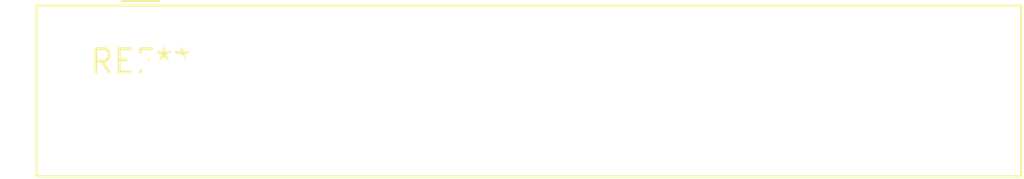
<source format=kicad_pcb>
(kicad_pcb (version 20240108) (generator pcbnew)
  (layers (0 "F.Cu" signal) (31 "B.Cu" signal) (34 "B.Paste" user) (35 "F.Paste" user) (36 "B.SilkS" user "B.Silkscreen") (37 "F.SilkS" user "F.Silkscreen") (38 "B.Mask" user) (39 "F.Mask" user) (44 "Edge.Cuts" user))
  (net 0 "")
  (footprint "STK672-040-E" (layer "F.Cu") (at 0 0)
    (property "Reference" "REF**")
    (property "Value" "STK672-040-E")
    (fp_line (start -5.62 -3.02) (end 47.62 -3.02) (layer "F.SilkS") (stroke (width 0.12)))
    (fp_line (start -5.62 6.22) (end -5.62 -3.02) (layer "F.SilkS") (stroke (width 0.12)))
    (fp_line (start -1 -3.26) (end 1 -3.26) (layer "F.SilkS") (stroke (width 0.12)))
    (fp_line (start 47.62 -3.02) (end 47.62 6.22) (layer "F.SilkS") (stroke (width 0.12)))
    (fp_line (start 47.62 6.22) (end -5.62 6.22) (layer "F.SilkS") (stroke (width 0.12)))
    (pad "1" thru_hole rect (at 0 0) (size 1.45 2) (drill 0.85) (layers *.Cu *.Mask) (remove_unused_layers))
    (pad "2" thru_hole oval (at 2 0) (size 1.45 2) (drill 0.85) (layers *.Cu *.Mask) (remove_unused_layers))
    (pad "3" thru_hole oval (at 4 0) (size 1.45 2) (drill 0.85) (layers *.Cu *.Mask) (remove_unused_layers))
    (pad "4" thru_hole oval (at 6 0) (size 1.45 2) (drill 0.85) (layers *.Cu *.Mask) (remove_unused_layers))
    (pad "5" thru_hole oval (at 8 0) (size 1.45 2) (drill 0.85) (layers *.Cu *.Mask) (remove_unused_layers))
    (pad "6" thru_hole oval (at 10 0) (size 1.45 2) (drill 0.85) (layers *.Cu *.Mask) (remove_unused_layers))
    (pad "7" thru_hole oval (at 12 0) (size 1.45 2) (drill 0.85) (layers *.Cu *.Mask) (remove_unused_layers))
    (pad "8" thru_hole oval (at 14 0) (size 1.45 2) (drill 0.85) (layers *.Cu *.Mask) (remove_unused_layers))
    (pad "9" thru_hole oval (at 16 0) (size 1.45 2) (drill 0.85) (layers *.Cu *.Mask) (remove_unused_layers))
    (pad "10" thru_hole oval (at 18 0) (size 1.45 2) (drill 0.85) (layers *.Cu *.Mask) (remove_unused_layers))
    (pad "11" thru_hole oval (at 20 0) (size 1.45 2) (drill 0.85) (layers *.Cu *.Mask) (remove_unused_layers))
    (pad "12" thru_hole oval (at 22 0) (size 1.45 2) (drill 0.85) (layers *.Cu *.Mask) (remove_unused_layers))
    (pad "13" thru_hole oval (at 24 0) (size 1.45 2) (drill 0.85) (layers *.Cu *.Mask) (remove_unused_layers))
    (pad "14" thru_hole oval (at 26 0) (size 1.45 2) (drill 0.85) (layers *.Cu *.Mask) (remove_unused_layers))
    (pad "15" thru_hole oval (at 28 0) (size 1.45 2) (drill 0.85) (layers *.Cu *.Mask) (remove_unused_layers))
    (pad "16" thru_hole oval (at 30 0) (size 1.45 2) (drill 0.85) (layers *.Cu *.Mask) (remove_unused_layers))
    (pad "17" thru_hole oval (at 32 0) (size 1.45 2) (drill 0.85) (layers *.Cu *.Mask) (remove_unused_layers))
    (pad "18" thru_hole oval (at 34 0) (size 1.45 2) (drill 0.85) (layers *.Cu *.Mask) (remove_unused_layers))
    (pad "19" thru_hole oval (at 36 0) (size 1.45 2) (drill 0.85) (layers *.Cu *.Mask) (remove_unused_layers))
    (pad "20" thru_hole oval (at 38 0) (size 1.45 2) (drill 0.85) (layers *.Cu *.Mask) (remove_unused_layers))
    (pad "21" thru_hole oval (at 40 0) (size 1.45 2) (drill 0.85) (layers *.Cu *.Mask) (remove_unused_layers))
    (pad "22" thru_hole oval (at 42 0) (size 1.45 2) (drill 0.85) (layers *.Cu *.Mask) (remove_unused_layers))
  )
)
</source>
